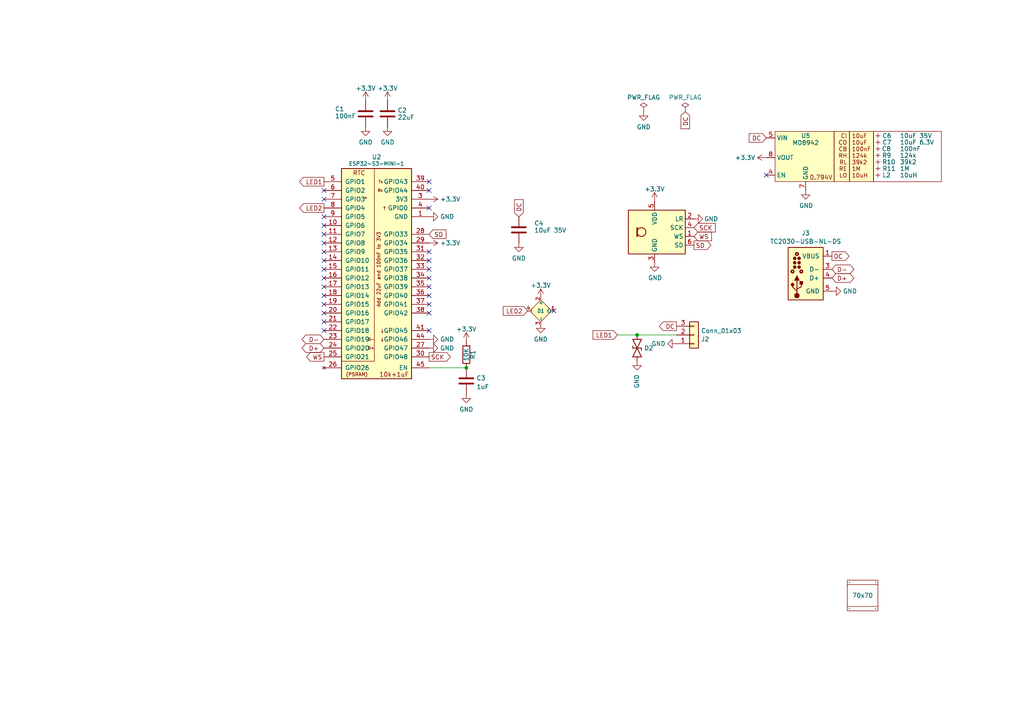
<source format=kicad_sch>
(kicad_sch (version 20231120) (generator "eeschema") (generator_version "8.0")
  (paper "A4")
  (title_block (title "LED driver") (date "${DATE}") (rev "1") (comment 1 "@TheRealRevK") (comment 2 "www.me.uk"))
  (lib_symbols
    (symbol "Connector_Generic:Conn_01x03" (pin_names (offset 1.016) hide)
      (property "Reference" "J" (at 0 5.08 0))
      (property "Value" "Conn_01x03" (at 0 -5.08 0))
      (symbol "Conn_01x03_1_1"
        (rectangle (start -1.27 -2.413) (end 0 -2.667) (stroke (width 0.1524)))
        (rectangle (start -1.27 0.127) (end 0 -0.127) (stroke (width 0.1524)))
        (rectangle (start -1.27 2.667) (end 0 2.413) (stroke (width 0.1524)))
        (rectangle (start -1.27 3.81) (end 1.27 -3.81) (stroke (width 0.254)) (fill (type background)))
        (pin passive line (at -5.08 2.54 0) (length 3.81) (name "Pin_1") (number "1"))
        (pin passive line (at -5.08 0 0) (length 3.81) (name "Pin_2") (number "2"))
        (pin passive line (at -5.08 -2.54 0) (length 3.81) (name "Pin_3") (number "3"))
      )
    )
    (symbol "Device:C" (pin_numbers hide) (pin_names (offset 0.254))
      (property "Reference" "C" (at 0.635 2.54 0))
      (property "Value" "C" (at 0.635 -2.54 0))
      (symbol "C_0_1"
        (polyline (pts (xy -2.032 -0.762) (xy 2.032 -0.762)) (stroke (width 0.508)))
        (polyline (pts (xy -2.032 0.762) (xy 2.032 0.762)) (stroke (width 0.508)))
      )
      (symbol "C_1_1"
        (pin passive line (at 0 3.81 270) (length 2.794) (name "~") (number "1"))
        (pin passive line (at 0 -3.81 90) (length 2.794) (name "~") (number "2"))
      )
    )
    (symbol "Device:R" (pin_numbers hide) (pin_names (offset 0))
      (property "Reference" "R" (at 2.032 0 90))
      (property "Value" "R" (at 0 0 90))
      (symbol "R_0_1"
        (rectangle (start -1.016 -2.54) (end 1.016 2.54) (stroke (width 0.254)))
      )
      (symbol "R_1_1"
        (pin passive line (at 0 3.81 270) (length 1.27) (name "~") (number "1"))
        (pin passive line (at 0 -3.81 90) (length 1.27) (name "~") (number "2"))
      )
    )
    (symbol "RevK:ES05D1MC10" (pin_numbers hide)
      (property "Reference" "D" (at 0 2.54 0))
      (symbol "ES05D1MC10_0_1"
        (polyline (pts (xy -2.54 1.27) (xy -2.54 -1.27) (xy 0 0) (xy -2.54 1.27)) (stroke (width 0.254)))
        (polyline (pts (xy 2.54 -1.27) (xy 2.54 1.27) (xy 0 0) (xy 2.54 -1.27)) (stroke (width 0.254)))
      )
      (symbol "ES05D1MC10_1_1"
        (polyline (pts (xy 0.635 1.27) (xy 0 1.27) (xy 0 -1.27) (xy -0.635 -1.27)) (stroke (width 0.254)))
        (pin passive line (at 3.81 0 180) (length 1.27) (name "~") (number "1"))
        (pin passive line (at -3.81 0 0) (length 1.27) (name "~") (number "2"))
      )
    )
    (symbol "RevK:ESP32-S3-MINI-1-N4R2" (pin_names (offset 1.016))
      (property "Reference" "U" (at 9.525 28.575 0))
      (property "Value" "ESP32-S3-MINI-1-N4R2" (at 0 31.115 0))
      (symbol "ESP32-S3-MINI-1-N4R2_0_0"
        (rectangle (start -10.16 30.48) (end 10.16 -30.48) (stroke (width 0.254)) (fill (type background)))
      )
      (symbol "ESP32-S3-MINI-1-N4R2_1_1"
        (polyline (pts (xy -10.16 -25.4) (xy -0.635 -25.4)))
        (polyline (pts (xy -0.635 30.48) (xy -0.635 -25.4)))
        (text "(PSRAM)" (at -5.715 -29.21 0) (effects (font (size 1 1))))
        (text "*" (at -3.175 21.59 0) (effects (font (size 1.27 1.27))))
        (text "10k+1uF" (at 5.08 -29.21 0) (effects (font (size 1.27 1.27))))
        (text "Add 22uF and 100nF to 3V3" (at 0.635 1.27 900) (effects (font (size 1 1))))
        (text "D+" (at -2.54 -21.59 0) (effects (font (size 0.8 0.8)) (justify left)))
        (text "D-" (at -2.54 -19.05 0) (effects (font (size 0.8 0.8)) (justify left)))
        (text "RTC" (at -5.08 29.21 0) (effects (font (size 1.27 1.27))))
        (text "Rx" (at 1.905 24.13 0) (effects (font (size 0.8 0.8)) (justify right)))
        (text "Tx" (at 1.905 26.67 0) (effects (font (size 0.8 0.8)) (justify right)))
        (text "↑" (at 3.175 19.05 0) (effects (font (size 1.27 1.27)) (justify right)))
        (text "↓" (at 2.54 -19.05 0) (effects (font (size 1.27 1.27)) (justify right)))
        (text "↓" (at 2.54 -16.51 0) (effects (font (size 1.27 1.27)) (justify right)))
        (pin power_in line (at 15.24 16.51 180) (length 5.08) (name "GND") (number "1"))
        (pin passive line (at -15.24 13.97 0) (length 5.08) (name "GPIO6") (number "10"))
        (pin passive line (at -15.24 11.43 0) (length 5.08) (name "GPIO7") (number "11"))
        (pin passive line (at -15.24 8.89 0) (length 5.08) (name "GPIO8") (number "12"))
        (pin passive line (at -15.24 6.35 0) (length 5.08) (name "GPIO9") (number "13"))
        (pin passive line (at -15.24 3.81 0) (length 5.08) (name "GPIO10") (number "14"))
        (pin passive line (at -15.24 1.27 0) (length 5.08) (name "GPIO11") (number "15"))
        (pin passive line (at -15.24 -1.27 0) (length 5.08) (name "GPIO12") (number "16"))
        (pin passive line (at -15.24 -3.81 0) (length 5.08) (name "GPIO13") (number "17"))
        (pin passive line (at -15.24 -6.35 0) (length 5.08) (name "GPIO14") (number "18"))
        (pin passive line (at -15.24 -8.89 0) (length 5.08) (name "GPIO15") (number "19"))
        (pin power_in line (at 15.24 16.51 180) (length 5.08) hide (name "GND") (number "2"))
        (pin passive line (at -15.24 -11.43 0) (length 5.08) (name "GPIO16") (number "20"))
        (pin passive line (at -15.24 -13.97 0) (length 5.08) (name "GPIO17") (number "21"))
        (pin passive line (at -15.24 -16.51 0) (length 5.08) (name "GPIO18") (number "22"))
        (pin passive line (at -15.24 -19.05 0) (length 5.08) (name "GPIO19") (number "23"))
        (pin passive line (at -15.24 -21.59 0) (length 5.08) (name "GPIO20") (number "24"))
        (pin passive line (at -15.24 -24.13 0) (length 5.08) (name "GPIO21") (number "25"))
        (pin no_connect line (at -15.24 -27.305 0) (length 5.08) (name "GPIO26") (number "26"))
        (pin passive line (at 15.24 -21.59 180) (length 5.08) (name "GPIO47") (number "27"))
        (pin passive line (at 15.24 11.43 180) (length 5.08) (name "GPIO33") (number "28"))
        (pin passive line (at 15.24 8.89 180) (length 5.08) (name "GPIO34") (number "29"))
        (pin power_in line (at 15.24 21.59 180) (length 5.08) (name "3V3") (number "3"))
        (pin passive line (at 15.24 -24.13 180) (length 5.08) (name "GPIO48") (number "30"))
        (pin passive line (at 15.24 6.35 180) (length 5.08) (name "GPIO35") (number "31"))
        (pin passive line (at 15.24 3.81 180) (length 5.08) (name "GPIO36") (number "32"))
        (pin passive line (at 15.24 1.27 180) (length 5.08) (name "GPIO37") (number "33"))
        (pin passive line (at 15.24 -1.27 180) (length 5.08) (name "GPIO38") (number "34"))
        (pin passive line (at 15.24 -3.81 180) (length 5.08) (name "GPIO39") (number "35"))
        (pin passive line (at 15.24 -6.35 180) (length 5.08) (name "GPIO40") (number "36"))
        (pin passive line (at 15.24 -8.89 180) (length 5.08) (name "GPIO41") (number "37"))
        (pin passive line (at 15.24 -11.43 180) (length 5.08) (name "GPIO42") (number "38"))
        (pin passive line (at 15.24 26.67 180) (length 5.08) (name "GPIO43") (number "39"))
        (pin passive line (at 15.24 19.05 180) (length 5.08) (name "GPIO0") (number "4"))
        (pin passive line (at 15.24 24.13 180) (length 5.08) (name "GPIO44") (number "40"))
        (pin passive line (at 15.24 -16.51 180) (length 5.08) (name "GPIO45") (number "41"))
        (pin power_in line (at 15.24 16.51 180) (length 5.08) hide (name "GND") (number "42"))
        (pin power_in line (at 15.24 16.51 180) (length 5.08) hide (name "GND") (number "43"))
        (pin passive line (at 15.24 -19.05 180) (length 5.08) (name "GPIO46") (number "44"))
        (pin input line (at 15.24 -27.305 180) (length 5.08) (name "EN") (number "45"))
        (pin power_in line (at 15.24 16.51 180) (length 5.08) hide (name "GND") (number "46"))
        (pin power_in line (at 15.24 16.51 180) (length 5.08) hide (name "GND") (number "47"))
        (pin power_in line (at 15.24 16.51 180) (length 5.08) hide (name "GND") (number "48"))
        (pin power_in line (at 15.24 16.51 180) (length 5.08) hide (name "GND") (number "49"))
        (pin passive line (at -15.24 26.67 0) (length 5.08) (name "GPIO1") (number "5"))
        (pin power_in line (at 15.24 16.51 180) (length 5.08) hide (name "GND") (number "50"))
        (pin power_in line (at 15.24 16.51 180) (length 5.08) hide (name "GND") (number "51"))
        (pin power_in line (at 15.24 16.51 180) (length 5.08) hide (name "GND") (number "52"))
        (pin power_in line (at 15.24 16.51 180) (length 5.08) hide (name "GND") (number "53"))
        (pin power_in line (at 15.24 16.51 180) (length 5.08) hide (name "GND") (number "54"))
        (pin power_in line (at 15.24 16.51 180) (length 5.08) hide (name "GND") (number "55"))
        (pin power_in line (at 15.24 16.51 180) (length 5.08) hide (name "GND") (number "56"))
        (pin power_in line (at 15.24 16.51 180) (length 5.08) hide (name "GND") (number "57"))
        (pin power_in line (at 15.24 16.51 180) (length 5.08) hide (name "GND") (number "58"))
        (pin power_in line (at 15.24 16.51 180) (length 5.08) hide (name "GND") (number "59"))
        (pin passive line (at -15.24 24.13 0) (length 5.08) (name "GPIO2") (number "6"))
        (pin power_in line (at 15.24 16.51 180) (length 5.08) hide (name "GND") (number "60"))
        (pin power_in line (at 15.24 16.51 180) (length 5.08) hide (name "GND") (number "61"))
        (pin power_in line (at 15.24 16.51 180) (length 5.08) hide (name "GND") (number "62"))
        (pin power_in line (at 15.24 16.51 180) (length 5.08) hide (name "GND") (number "63"))
        (pin power_in line (at 15.24 16.51 180) (length 5.08) hide (name "GND") (number "64"))
        (pin power_in line (at 15.24 16.51 180) (length 5.08) hide (name "GND") (number "65"))
        (pin passive line (at -15.24 21.59 0) (length 5.08) (name "GPIO3") (number "7"))
        (pin passive line (at -15.24 19.05 0) (length 5.08) (name "GPIO4") (number "8"))
        (pin passive line (at -15.24 16.51 0) (length 5.08) (name "GPIO5") (number "9"))
      )
    )
    (symbol "RevK:Hidden" (pin_names (offset 1.016)) (in_bom no)
      (property "Reference" "Z" (at 0.635 0 0))
      (property "Value" "Hidden" (at 4.445 0 0))
      (symbol "Hidden_0_1"
        (polyline (pts (xy -0.635 0) (xy 0.635 0)) (stroke (width 0.1524)))
        (polyline (pts (xy 0 0.635) (xy 0 -0.635)) (stroke (width 0.1524)))
      )
    )
    (symbol "RevK:ICS43434_MEMS_Mic"
      (symbol "ICS43434_MEMS_Mic_1_1"
        (rectangle (start -7.62 6.35) (end 8.89 -6.35) (stroke (width 0.254)) (fill (type background)))
        (circle (center -3.81 0) (radius 1.27) (stroke (width 0.254)))
        (polyline (pts (xy -5.08 1.27) (xy -5.08 -1.27)) (stroke (width 0.381)))
        (pin input line (at 11.43 -1.27 180) (length 2.54) (name "WS") (number "1"))
        (pin input line (at 11.43 3.81 180) (length 2.54) (name "LR") (number "2"))
        (pin power_in line (at 0 -8.89 90) (length 2.54) (name "GND") (number "3"))
        (pin input line (at 11.43 1.27 180) (length 2.54) (name "SCK") (number "4"))
        (pin power_in line (at 0 8.89 270) (length 2.54) (name "VDD") (number "5"))
        (pin output line (at 11.43 -3.81 180) (length 2.54) (name "SD") (number "6"))
      )
    )
    (symbol "RevK:MD89420-RegBlock"
      (property "Reference" "U" (at -0.635 4.445 0))
      (property "Value" "MD8942" (at 0 6.35 0))
      (symbol "MD89420-RegBlock_1_1"
        (rectangle (start -8.89 7.62) (end 8.255 -6.985) (fill (type background)))
        (rectangle (start 8.255 7.62) (end 12.7 -6.985) (fill (type background)))
        (rectangle (start 12.7 7.62) (end 19.685 -6.985) (fill (type background)))
        (rectangle (start 19.685 7.62) (end 39.37 -6.985))
        (text "0.794V" (at 4.445 -5.715 0) (effects (font (size 1.27 1.27))))
        (text "10uF\n10uF\n100nF\n124k\n39k2\n1M\n10uH" (at 13.335 6.985 0) (effects (font (size 1.185 1.185)) (justify left top)))
        (text "CI\nCO\nCB\nRH\nRL\nRE\nLO" (at 12.065 6.985 0) (effects (font (size 1.185 1.185)) (justify right top)))
        (pin no_connect line (at 5.715 0 0) (length 2.54) hide (name "") (number "1"))
        (pin power_in line (at 0 -9.525 90) (length 2.54) hide (name "GND") (number "2"))
        (pin no_connect line (at 5.715 1.905 0) (length 2.54) hide (name "") (number "3"))
        (pin input line (at -11.43 -5.08 0) (length 2.54) (name "EN") (number "4"))
        (pin power_in line (at -11.43 5.715 0) (length 2.54) (name "VIN") (number "5"))
        (pin no_connect line (at 5.715 -1.905 0) (length 2.54) hide (name "") (number "6"))
        (pin power_in line (at 0 -9.525 90) (length 2.54) (name "GND") (number "7"))
        (pin power_out line (at -11.43 0 0) (length 2.54) (name "VOUT") (number "8"))
      )
    )
    (symbol "RevK:PCB" (in_bom no)
      (property "Value" "XxY" (at 0 0 0))
      (symbol "PCB_0_1"
        (rectangle (start -4.445 4.445) (end 4.445 -4.445))
        (circle (center -3.81 -3.81) (radius 0.0001))
        (circle (center -3.81 3.81) (radius 0.0001))
        (circle (center 3.81 -3.81) (radius 0.0001))
        (circle (center 3.81 3.81) (radius 0.0001))
      )
    )
    (symbol "RevK:TC2030-USB-NL" (pin_names (offset 1.016)) (in_bom no)
      (property "Reference" "J" (at 0 10.922 0))
      (property "Value" "TC2030-USB-NL" (at 0 8.89 0))
      (symbol "TC2030-USB-NL_0_1"
        (rectangle (start -5.08 7.62) (end 5.08 -7.62) (stroke (width 0.254)) (fill (type background)))
        (circle (center -3.81 -3.175) (radius 0.381) (stroke (width 0.254)) (fill (type outline)))
        (circle (center -3.175 1.905) (radius 0.381) (stroke (width 0.254)) (fill (type outline)))
        (circle (center -3.175 3.175) (radius 0.381) (stroke (width 0.254)) (fill (type outline)))
        (circle (center -3.175 4.445) (radius 0.381) (stroke (width 0.254)) (fill (type outline)))
        (circle (center -2.54 -6.35) (radius 0.635) (stroke (width 0.254)) (fill (type outline)))
        (circle (center -1.905 1.905) (radius 0.381) (stroke (width 0.254)) (fill (type outline)))
        (circle (center -1.905 3.175) (radius 0.381) (stroke (width 0.254)) (fill (type outline)))
        (circle (center -1.905 4.445) (radius 0.381) (stroke (width 0.254)) (fill (type outline)))
        (rectangle (start -1.651 -2.286) (end -0.889 -3.048) (stroke (width 0.254)) (fill (type outline)))
        (polyline (pts (xy -3.175 -1.905) (xy -1.905 -1.905) (xy -2.54 -0.635) (xy -3.175 -1.905)) (stroke (width 0.254)) (fill (type outline)))
        (polyline (pts (xy -2.54 -5.715) (xy -2.54 -5.08) (xy -3.81 -3.81) (xy -3.81 -3.175)) (stroke (width 0.254)))
        (polyline (pts (xy -2.54 -5.08) (xy -2.54 -4.445) (xy -1.27 -3.81) (xy -1.27 -2.54)) (stroke (width 0.254)))
      )
      (symbol "TC2030-USB-NL_1_1"
        (circle (center -3.81 0.635) (radius 0.381) (stroke (width 0.4)))
        (circle (center -2.54 5.715) (radius 0.381) (stroke (width 0.4)))
        (circle (center -1.27 0.635) (radius 0.381) (stroke (width 0.4)))
        (polyline (pts (xy -2.54 -4.445) (xy -2.54 -1.905)) (stroke (width 0.254)))
        (pin passive line (at 7.62 5.08 180) (length 2.54) (name "VBUS") (number "1"))
        (pin passive line (at 7.62 5.08 180) (length 2.54) hide (name "VBUS") (number "2"))
        (pin bidirectional line (at 7.62 1.27 180) (length 2.54) (name "D-") (number "3"))
        (pin bidirectional line (at 7.62 -1.27 180) (length 2.54) (name "D+") (number "4"))
        (pin passive line (at 7.62 -5.08 180) (length 2.54) (name "GND") (number "5"))
        (pin passive line (at 7.62 -5.08 180) (length 2.54) hide (name "GND") (number "6"))
      )
    )
    (symbol "RevK:VCUT" (in_bom no)
      (symbol "VCUT_0_1"
        (polyline (pts (xy -4.445 0) (xy 4.445 0)))
      )
    )
    (symbol "RevK:WS2812B-1mm" (pin_names (offset 0.254))
      (property "Reference" "D" (at 0 0 0))
      (symbol "WS2812B-1mm_1_1"
        (polyline (pts (xy 0 3.175) (xy 3.175 0) (xy 0 -3.175) (xy -3.175 0) (xy 0 3.175)) (fill (type background)))
        (pin output line (at 3.81 0 180) (length 0.5) (name "O") (number "1"))
        (pin power_in line (at 0 -3.81 90) (length 0.5) (name "+") (number "2"))
        (pin power_in line (at 0 3.81 270) (length 0.5) (name "-") (number "3"))
        (pin input line (at -3.81 0 0) (length 0.5) (name "I") (number "4"))
      )
    )
    (symbol "power:+3.3V" (power) (pin_numbers hide) (pin_names (offset 0) hide)
      (property "Value" "+3.3V" (at 0 3.556 0))
      (symbol "+3.3V_0_1"
        (polyline (pts (xy -0.762 1.27) (xy 0 2.54)))
        (polyline (pts (xy 0 0) (xy 0 2.54)))
        (polyline (pts (xy 0 2.54) (xy 0.762 1.27)))
      )
      (symbol "+3.3V_1_1"
        (pin power_in line (at 0 0 90) (length 0) (name "~") (number "1"))
      )
    )
    (symbol "power:GND" (power) (pin_numbers hide) (pin_names (offset 0) hide)
      (property "Value" "GND" (at 0 -3.81 0))
      (symbol "GND_0_1"
        (polyline (pts (xy 0 0) (xy 0 -1.27) (xy 1.27 -1.27) (xy 0 -2.54) (xy -1.27 -1.27) (xy 0 -1.27)))
      )
      (symbol "GND_1_1"
        (pin power_in line (at 0 0 270) (length 0) (name "~") (number "1"))
      )
    )
    (symbol "power:PWR_FLAG" (power) (pin_numbers hide) (pin_names (offset 0) hide)
      (property "Value" "PWR_FLAG" (at 0 3.81 0))
      (symbol "PWR_FLAG_0_0"
        (pin power_out line (at 0 0 90) (length 0) (name "~") (number "1"))
      )
      (symbol "PWR_FLAG_0_1"
        (polyline (pts (xy 0 0) (xy 0 1.27) (xy -1.016 1.905) (xy 0 2.54) (xy 1.016 1.905) (xy 0 1.27)))
      )
    )
  )
  (junction (at 184.785 97.155))
  (junction (at 135.255 106.68))
  (no_connect (at 93.98 73.025))
  (no_connect (at 124.46 52.705))
  (no_connect (at 93.98 80.645))
  (no_connect (at 93.98 65.405))
  (no_connect (at 124.46 75.565))
  (no_connect (at 93.98 95.885))
  (no_connect (at 93.98 57.785))
  (no_connect (at 222.25 50.8))
  (no_connect (at 124.46 90.805))
  (no_connect (at 93.98 88.265))
  (no_connect (at 124.46 83.185))
  (no_connect (at 93.98 55.245))
  (no_connect (at 124.46 95.885))
  (no_connect (at 124.46 85.725))
  (no_connect (at 124.46 88.265))
  (no_connect (at 93.98 83.185))
  (no_connect (at 93.98 85.725))
  (no_connect (at 160.655 90.17))
  (no_connect (at 124.46 78.105))
  (no_connect (at 124.46 80.645))
  (no_connect (at 93.98 75.565))
  (no_connect (at 93.98 67.945))
  (no_connect (at 93.98 93.345))
  (no_connect (at 93.98 78.105))
  (no_connect (at 93.98 70.485))
  (no_connect (at 124.46 73.025))
  (no_connect (at 124.46 60.325))
  (no_connect (at 124.46 55.245))
  (no_connect (at 93.98 62.865))
  (no_connect (at 93.98 90.805))
  (wire (pts (xy 124.46 106.68) (xy 135.255 106.68)))
  (wire (pts (xy 184.785 97.155) (xy 196.215 97.155)))
  (wire (pts (xy 179.07 97.155) (xy 184.785 97.155)))
  (global_label "DC" (shape input) (at 222.25 40.005 180) (property "Intersheetrefs" "${INTERSHEET_REFS}" (effects (hide yes))))
  (global_label "WS" (shape output) (at 93.98 103.505 180) (property "Intersheetrefs" "${INTERSHEET_REFS}" (effects (hide yes))))
  (global_label "D+" (shape bidirectional) (at 241.3 80.645 0) (property "Intersheetrefs" "${INTERSHEET_REFS}" (effects (hide yes))))
  (global_label "DC" (shape output) (at 241.3 74.295 0) (property "Intersheetrefs" "${INTERSHEET_REFS}" (effects (hide yes))))
  (global_label "SD" (shape output) (at 201.295 71.12 0) (property "Intersheetrefs" "${INTERSHEET_REFS}" (effects (hide yes))))
  (global_label "D+" (shape bidirectional) (at 93.98 100.965 180) (property "Intersheetrefs" "${INTERSHEET_REFS}" (effects (hide yes))))
  (global_label "DC" (shape input) (at 150.495 62.865 90) (property "Intersheetrefs" "${INTERSHEET_REFS}" (effects (hide yes))))
  (global_label "SD" (shape input) (at 124.46 67.945 0) (property "Intersheetrefs" "${INTERSHEET_REFS}" (effects (hide yes))))
  (global_label "LED1" (shape output) (at 93.98 52.705 180) (property "Intersheetrefs" "${INTERSHEET_REFS}" (effects (hide yes))))
  (global_label "DC" (shape output) (at 196.215 94.615 180) (property "Intersheetrefs" "${INTERSHEET_REFS}" (effects (hide yes))))
  (global_label "SCK" (shape input) (at 201.295 66.04 0) (property "Intersheetrefs" "${INTERSHEET_REFS}" (effects (hide yes))))
  (global_label "D-" (shape bidirectional) (at 93.98 98.425 180) (property "Intersheetrefs" "${INTERSHEET_REFS}" (effects (hide yes))))
  (global_label "DC" (shape input) (at 198.755 32.385 270) (property "Intersheetrefs" "${INTERSHEET_REFS}" (effects (hide yes))))
  (global_label "WS" (shape input) (at 201.295 68.58 0) (property "Intersheetrefs" "${INTERSHEET_REFS}" (effects (hide yes))))
  (global_label "D-" (shape bidirectional) (at 241.3 78.105 0) (property "Intersheetrefs" "${INTERSHEET_REFS}" (effects (hide yes))))
  (global_label "LED2" (shape input) (at 153.035 90.17 180) (property "Intersheetrefs" "${INTERSHEET_REFS}" (effects (hide yes))))
  (global_label "LED2" (shape output) (at 93.98 60.325 180) (property "Intersheetrefs" "${INTERSHEET_REFS}" (effects (hide yes))))
  (global_label "SCK" (shape output) (at 124.46 103.505 0) (property "Intersheetrefs" "${INTERSHEET_REFS}" (effects (hide yes))))
  (global_label "LED1" (shape input) (at 179.07 97.155 180) (property "Intersheetrefs" "${INTERSHEET_REFS}" (effects (hide yes))))
  (symbol (lib_id "RevK:Hidden") (at 254.635 41.275 0) (unit 1)
    (property "Reference" "C7" (at 255.905 41.275 0) (effects (justify left)))
    (property "Value" "10uF 6.3V" (at 260.985 41.275 0) (effects (justify left)))
    (property "Footprint" "RevK:C_0603_" (effects (hide yes)))
    (property "LCSC Part #" "C1691" (effects (hide yes)))
  )
  (symbol (lib_id "power:GND") (at 124.46 98.425 90) (unit 1)
    (property "Reference" "#PWR021" (effects (hide yes)))
    (property "Value" "GND" (at 127.635 98.425 90) (effects (justify right)))
    (property "Description" "Power symbol creates a global label with name \"GND\" , ground" (effects (hide yes)))
  )
  (symbol (lib_id "RevK:MD89420-RegBlock") (at 233.68 45.72 0) (unit 1)
    (property "Reference" "U5" (at 233.68 39.37 0))
    (property "Value" "MD8942" (at 233.68 41.418 0))
    (property "Footprint" "RevK:SOT-23-6-MD8942" (effects (hide yes)))
    (property "Datasheet" "https://datasheet.lcsc.com/lcsc/2101111937_Shanghai-Mingda-Microelectronics-MD8942_C2684786.pdf" (effects (hide yes)))
    (property "LCSC Part #" "C2684786" (effects (hide yes)))
  )
  (symbol (lib_id "RevK:Hidden") (at 254.635 39.37 0) (unit 1)
    (property "Reference" "C6" (at 255.905 39.37 0) (effects (justify left)))
    (property "Value" "10uF 35V" (at 260.985 39.37 0) (effects (justify left)))
    (property "Footprint" "RevK:C_0603_" (effects (hide yes)))
    (property "LCSC Part #" "C194427" (effects (hide yes)))
  )
  (symbol (lib_id "power:GND") (at 186.69 32.385 0) (unit 1)
    (property "Reference" "#PWR06" (effects (hide yes)))
    (property "Value" "GND" (at 186.69 36.8284 0))
    (property "Description" "Power symbol creates a global label with name \"GND\" , ground" (effects (hide yes)))
  )
  (symbol (lib_id "power:+3.3V") (at 135.255 99.06 0) (unit 1)
    (property "Reference" "#PWR0106" (effects (hide yes)))
    (property "Value" "+3.3V" (at 135.255 95.4842 0))
    (property "Description" "Power symbol creates a global label with name \"+3.3V\"" (effects (hide yes)))
  )
  (symbol (lib_id "RevK:WS2812B-1mm") (at 156.845 90.17 0) (mirror x) (unit 1)
    (property "Reference" "D1" (at 156.845 90.17 0) (effects (font (size 1 1))))
    (property "Value" "XL-1010RGBC-WS2812B" (effects (hide yes)))
    (property "Footprint" "RevK:SMD1010" (effects (hide yes)))
    (property "Datasheet" "https://datasheet.lcsc.com/lcsc/2301111010_XINGLIGHT-XL-1010RGBC-WS2812B_C5349953.pdf" (effects (hide yes)))
    (property "Description" "RGB LED with integrated controller" (effects (hide yes)))
    (property "LCSC Part #" "C5349953" (effects (hide yes)))
  )
  (symbol (lib_id "power:GND") (at 196.215 99.695 270) (unit 1)
    (property "Reference" "#PWR014" (effects (hide yes)))
    (property "Value" "GND" (at 193.0401 99.695 90) (effects (justify right)))
    (property "Description" "Power symbol creates a global label with name \"GND\" , ground" (effects (hide yes)))
  )
  (symbol (lib_id "RevK:VCUT") (at 250.19 175.895 0) (unit 1) (exclude_from_sim yes) (in_bom no)
    (property "Reference" "V2" (effects (hide yes)))
    (property "Value" "70" (effects (hide yes)))
    (property "Footprint" "RevK:VCUT70N" (effects (hide yes)))
  )
  (symbol (lib_id "Device:C") (at 150.495 66.675 0) (unit 1)
    (property "Reference" "C4" (at 154.94 64.754 0) (effects (justify left)))
    (property "Value" "10uF 35V" (at 154.94 66.802 0) (effects (justify left)))
    (property "Footprint" "RevK:C_0603" (effects (hide yes)))
    (property "Description" "Unpolarized capacitor" (effects (hide yes)))
    (property "LCSC Part #" "C194427" (effects (hide yes)))
  )
  (symbol (lib_id "power:GND") (at 201.295 63.5 90) (unit 1)
    (property "Reference" "#PWR019" (effects (hide yes)))
    (property "Value" "GND" (at 206.248 63.5 90))
    (property "Description" "Power symbol creates a global label with name \"GND\" , ground" (effects (hide yes)))
  )
  (symbol (lib_id "RevK:TC2030-USB-NL") (at 233.68 79.375 0) (unit 1) (in_bom no)
    (property "Reference" "J3" (at 233.68 67.6105 0))
    (property "Value" "TC2030-USB-NL-DS" (at 233.68 70.0348 0))
    (property "Footprint" "RevK:Tag-Connect_TC2030-IDC-NL_2x03_P1.27mm_Vertical" (effects (hide yes)))
    (property "Datasheet" " ~" (effects (hide yes)))
    (property "Description" "TC2030-USB-NL" (effects (hide yes)))
  )
  (symbol (lib_id "power:+3.3V") (at 222.25 45.72 90) (unit 1)
    (property "Reference" "#PWR09" (effects (hide yes)))
    (property "Value" "+3.3V" (at 219.075 45.72 90) (effects (justify left)))
    (property "Description" "Power symbol creates a global label with name \"+3.3V\"" (effects (hide yes)))
  )
  (symbol (lib_id "RevK:ICS43434_MEMS_Mic") (at 189.865 67.31 0) (unit 1)
    (property "Reference" "U1" (effects (hide yes)))
    (property "Value" "ICS43434_MEMS_Mic" (effects (hide yes)))
    (property "Footprint" "RevK:ICS43434_MEMS_Mic" (effects (hide yes)))
    (property "Datasheet" "https://www.lcsc.com/datasheet/lcsc_datasheet_2312010321_TDK-InvenSense-ICS-43434_C5656610.pdf" (effects (hide yes)))
    (property "Description" "I2S Microphone" (effects (hide yes)))
    (property "LCSC Part #" "C5656610" (effects (hide yes)))
  )
  (symbol (lib_id "power:GND") (at 184.785 104.775 0) (unit 1)
    (property "Reference" "#PWR023" (effects (hide yes)))
    (property "Value" "GND" (at 184.658 108.585 90) (effects (justify right)))
    (property "Description" "Power symbol creates a global label with name \"GND\" , ground" (effects (hide yes)))
  )
  (symbol (lib_id "Device:C") (at 135.255 110.49 0) (unit 1)
    (property "Reference" "C3" (at 138.176 109.6553 0) (effects (justify left)))
    (property "Value" "1uF" (at 138.176 112.1922 0) (effects (justify left)))
    (property "Footprint" "RevK:C_0402" (effects (hide yes)))
    (property "Description" "Unpolarized capacitor" (effects (hide yes)))
  )
  (symbol (lib_id "power:GND") (at 241.3 84.455 90) (unit 1)
    (property "Reference" "#PWR015" (effects (hide yes)))
    (property "Value" "GND" (at 244.475 84.455 90) (effects (justify right)))
    (property "Description" "Power symbol creates a global label with name \"GND\" , ground" (effects (hide yes)))
  )
  (symbol (lib_id "power:GND") (at 189.865 76.2 0) (unit 1)
    (property "Reference" "#PWR018" (effects (hide yes)))
    (property "Value" "GND" (at 189.992 80.5942 0))
    (property "Description" "Power symbol creates a global label with name \"GND\" , ground" (effects (hide yes)))
  )
  (symbol (lib_id "power:+3.3V") (at 189.865 58.42 0) (unit 1)
    (property "Reference" "#PWR02" (effects (hide yes)))
    (property "Value" "+3.3V" (at 189.865 54.8442 0))
    (property "Description" "Power symbol creates a global label with name \"+3.3V\"" (effects (hide yes)))
  )
  (symbol (lib_id "RevK:VCUT") (at 250.19 169.545 0) (unit 1) (exclude_from_sim yes) (in_bom no)
    (property "Reference" "V1" (effects (hide yes)))
    (property "Value" "70" (effects (hide yes)))
    (property "Footprint" "RevK:VCUT70N" (effects (hide yes)))
  )
  (symbol (lib_id "power:GND") (at 106.045 36.83 0) (unit 1)
    (property "Reference" "#PWR011" (effects (hide yes)))
    (property "Value" "GND" (at 106.045 41.2734 0))
    (property "Description" "Power symbol creates a global label with name \"GND\" , ground" (effects (hide yes)))
  )
  (symbol (lib_id "RevK:Hidden") (at 254.635 48.895 0) (unit 1)
    (property "Reference" "R11" (at 255.905 48.895 0) (effects (justify left)))
    (property "Value" "1M" (at 260.985 48.895 0) (effects (justify left)))
    (property "Footprint" "RevK:R_0402_" (effects (hide yes)))
  )
  (symbol (lib_id "power:+3.3V") (at 112.395 29.21 0) (unit 1)
    (property "Reference" "#PWR012" (effects (hide yes)))
    (property "Value" "+3.3V" (at 112.395 25.6342 0))
    (property "Description" "Power symbol creates a global label with name \"+3.3V\"" (effects (hide yes)))
  )
  (symbol (lib_id "Device:C") (at 112.395 33.02 0) (unit 1)
    (property "Reference" "C2" (at 115.316 31.996 0) (effects (justify left)))
    (property "Value" "22uF" (at 115.316 34.044 0) (effects (justify left)))
    (property "Footprint" "RevK:C_0402" (effects (hide yes)))
    (property "Description" "Unpolarized capacitor" (effects (hide yes)))
  )
  (symbol (lib_id "power:+3.3V") (at 124.46 70.485 270) (unit 1)
    (property "Reference" "#PWR04" (effects (hide yes)))
    (property "Value" "+3.3V" (at 127.635 70.485 90) (effects (justify left)))
    (property "Description" "Power symbol creates a global label with name \"+3.3V\"" (effects (hide yes)))
  )
  (symbol (lib_id "RevK:ES05D1MC10") (at 184.785 100.965 270) (unit 1)
    (property "Reference" "D2" (at 186.817 100.965 90) (effects (justify left)))
    (property "Value" "~" (at 184.785 100.965 0))
    (property "Footprint" "RevK:DFN1006-2L" (effects (hide yes)))
    (property "LCSC Part #" "C5137770" (effects (hide yes)))
  )
  (symbol (lib_id "power:PWR_FLAG") (at 186.69 32.385 0) (unit 1)
    (property "Reference" "#FLG02" (effects (hide yes)))
    (property "Value" "PWR_FLAG" (at 186.69 28.2519 0))
    (property "Description" "Special symbol for telling ERC where power comes from" (effects (hide yes)))
  )
  (symbol (lib_id "RevK:PCB") (at 250.19 172.72 0) (unit 1) (in_bom no)
    (property "Reference" "PCB1" (effects (hide yes)))
    (property "Value" "70x70" (at 250.19 172.72 0))
    (property "Footprint" "RevK:PCB7070" (effects (hide yes)))
  )
  (symbol (lib_id "RevK:Hidden") (at 254.635 45.085 0) (unit 1)
    (property "Reference" "R9" (at 257.175 45.085 0))
    (property "Value" "124k" (at 260.985 45.085 0) (effects (justify left)))
    (property "Footprint" "RevK:R_0402_" (effects (hide yes)))
  )
  (symbol (lib_id "power:GND") (at 156.845 93.98 0) (unit 1)
    (property "Reference" "#PWR022" (effects (hide yes)))
    (property "Value" "GND" (at 156.845 98.4234 0))
    (property "Description" "Power symbol creates a global label with name \"GND\" , ground" (effects (hide yes)))
  )
  (symbol (lib_id "power:GND") (at 135.255 114.3 0) (unit 1)
    (property "Reference" "#PWR0105" (effects (hide yes)))
    (property "Value" "GND" (at 135.255 118.7434 0))
    (property "Description" "Power symbol creates a global label with name \"GND\" , ground" (effects (hide yes)))
  )
  (symbol (lib_id "power:+3.3V") (at 156.845 86.36 0) (unit 1)
    (property "Reference" "#PWR05" (effects (hide yes)))
    (property "Value" "+3.3V" (at 156.845 82.7842 0))
    (property "Description" "Power symbol creates a global label with name \"+3.3V\"" (effects (hide yes)))
  )
  (symbol (lib_id "power:GND") (at 124.46 62.865 90) (unit 1)
    (property "Reference" "#PWR01" (effects (hide yes)))
    (property "Value" "GND" (at 127.635 62.865 90) (effects (justify right)))
    (property "Description" "Power symbol creates a global label with name \"GND\" , ground" (effects (hide yes)))
  )
  (symbol (lib_id "power:+3.3V") (at 106.045 29.21 0) (unit 1)
    (property "Reference" "#PWR08" (effects (hide yes)))
    (property "Value" "+3.3V" (at 106.045 25.6342 0))
    (property "Description" "Power symbol creates a global label with name \"+3.3V\"" (effects (hide yes)))
  )
  (symbol (lib_id "RevK:Hidden") (at 254.635 50.8 90) (unit 1)
    (property "Reference" "L2" (at 255.905 50.8 90) (effects (justify right)))
    (property "Value" "10uH" (at 260.985 50.8 90) (effects (justify right)))
    (property "Footprint" "RevK:L_4x4_" (effects (hide yes)))
  )
  (symbol (lib_id "RevK:ESP32-S3-MINI-1-N4R2") (at 109.22 79.375 0) (unit 1)
    (property "Reference" "U2" (at 109.22 45.5382 0))
    (property "Value" "ESP32-S3-MINI-1" (at 109.22 47.4746 0) (effects (font (size 1.1 1.1))))
    (property "Footprint" "RevK:ESP32-S3-MINI-1" (effects (hide yes)))
    (property "Datasheet" "https://www.espressif.com/sites/default/files/documentation/esp32-s3-mini-1_mini-1u_datasheet_en.pdf" (effects (hide yes)))
    (property "LCSC Part #" "C3013941" (effects (hide yes)))
  )
  (symbol (lib_id "Connector_Generic:Conn_01x03") (at 201.295 97.155 0) (mirror x) (unit 1)
    (property "Reference" "J2" (at 203.327 98.3672 0) (effects (justify left)))
    (property "Value" "Conn_01x03" (at 203.327 95.9429 0) (effects (justify left)))
    (property "Footprint" "RevK:WAGO-2060-453-998-404" (effects (hide yes)))
    (property "Description" "Generic connector, single row, 01x03, script generated (kicad-library-utils/schlib/autogen/connector/)" (effects (hide yes)))
    (property "LCSC Part #" "C2765056" (effects (hide yes)))
  )
  (symbol (lib_id "power:+3.3V") (at 124.46 57.785 270) (unit 1)
    (property "Reference" "#PWR03" (effects (hide yes)))
    (property "Value" "+3.3V" (at 127.635 57.785 90) (effects (justify left)))
    (property "Description" "Power symbol creates a global label with name \"+3.3V\"" (effects (hide yes)))
  )
  (symbol (lib_id "Device:C") (at 106.045 33.02 0) (unit 1)
    (property "Reference" "C1" (at 97.155 31.607 0) (effects (justify left)))
    (property "Value" "100nF" (at 97.155 33.655 0) (effects (justify left)))
    (property "Footprint" "RevK:C_0402" (effects (hide yes)))
    (property "Description" "Unpolarized capacitor" (effects (hide yes)))
  )
  (symbol (lib_id "Device:R") (at 135.255 102.87 0) (unit 1)
    (property "Reference" "R1" (at 137.16 102.87 90))
    (property "Value" "10K" (at 135.255 102.87 90))
    (property "Footprint" "RevK:R_0402" (effects (hide yes)))
    (property "Description" "Resistor" (effects (hide yes)))
  )
  (symbol (lib_id "power:GND") (at 150.495 70.485 0) (unit 1)
    (property "Reference" "#PWR027" (effects (hide yes)))
    (property "Value" "GND" (at 150.495 74.9284 0))
    (property "Description" "Power symbol creates a global label with name \"GND\" , ground" (effects (hide yes)))
  )
  (symbol (lib_id "power:PWR_FLAG") (at 198.755 32.385 0) (unit 1)
    (property "Reference" "#FLG01" (effects (hide yes)))
    (property "Value" "PWR_FLAG" (at 198.755 28.2519 0))
    (property "Description" "Special symbol for telling ERC where power comes from" (effects (hide yes)))
  )
  (symbol (lib_id "power:GND") (at 233.68 55.245 0) (unit 1)
    (property "Reference" "#PWR010" (effects (hide yes)))
    (property "Value" "GND" (at 233.807 59.6392 0))
    (property "Description" "Power symbol creates a global label with name \"GND\" , ground" (effects (hide yes)))
  )
  (symbol (lib_id "power:GND") (at 112.395 36.83 0) (unit 1)
    (property "Reference" "#PWR013" (effects (hide yes)))
    (property "Value" "GND" (at 112.395 41.2734 0))
    (property "Description" "Power symbol creates a global label with name \"GND\" , ground" (effects (hide yes)))
  )
  (symbol (lib_id "RevK:Hidden") (at 254.635 46.99 270) (unit 1)
    (property "Reference" "R10" (at 257.81 46.99 90))
    (property "Value" "39k2" (at 260.985 46.99 90) (effects (justify left)))
    (property "Footprint" "RevK:R_0402_" (effects (hide yes)))
  )
  (symbol (lib_id "power:GND") (at 124.46 100.965 90) (unit 1)
    (property "Reference" "#PWR017" (effects (hide yes)))
    (property "Value" "GND" (at 127.635 100.965 90) (effects (justify right)))
    (property "Description" "Power symbol creates a global label with name \"GND\" , ground" (effects (hide yes)))
  )
  (symbol (lib_id "RevK:Hidden") (at 254.635 43.18 90) (unit 1)
    (property "Reference" "C8" (at 258.445 43.18 90) (effects (justify left)))
    (property "Value" "100nF" (at 260.985 43.18 90) (effects (justify right)))
    (property "Footprint" "RevK:C_0603_" (effects (hide yes)))
  )
)
</source>
